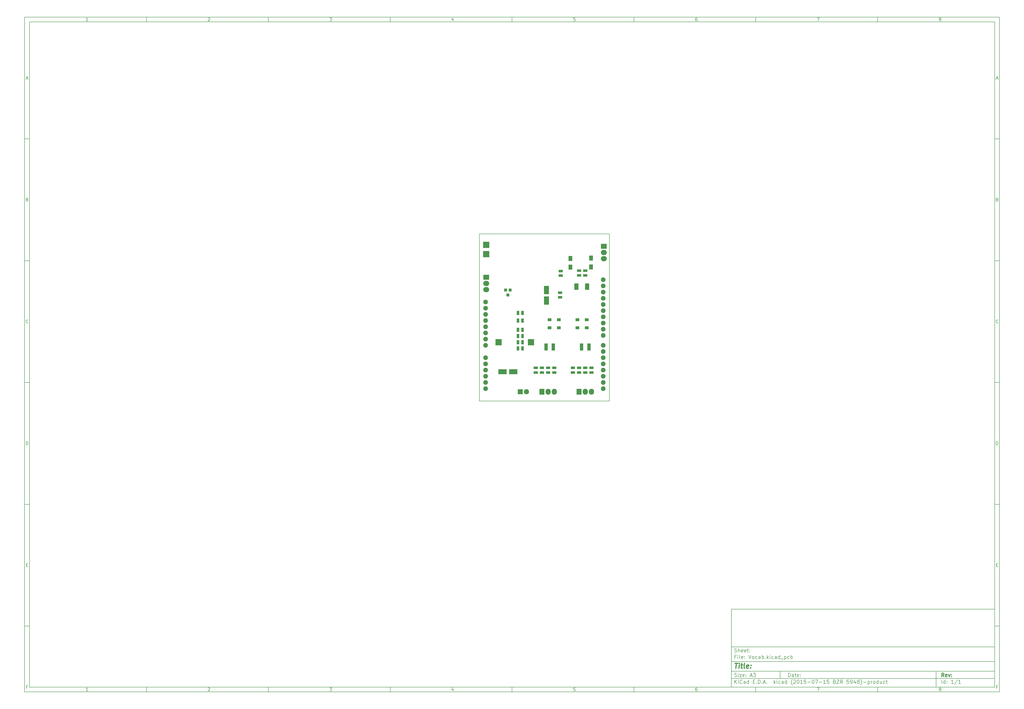
<source format=gbr>
G04 #@! TF.FileFunction,Soldermask,Top*
%FSLAX46Y46*%
G04 Gerber Fmt 4.6, Leading zero omitted, Abs format (unit mm)*
G04 Created by KiCad (PCBNEW (2015-07-15 BZR 5948)-product) date Tue 15 Sep 2015 04:10:27 BST*
%MOMM*%
G01*
G04 APERTURE LIST*
%ADD10C,0.150000*%
%ADD11C,0.300000*%
%ADD12C,0.400000*%
%ADD13R,1.400000X2.900000*%
%ADD14R,3.399740X2.000200*%
%ADD15R,2.000200X3.399740*%
%ADD16R,1.620000X1.310000*%
%ADD17R,2.635200X2.635200*%
%ADD18R,1.700000X1.100000*%
%ADD19R,1.100000X1.700000*%
%ADD20R,2.127200X2.432000*%
%ADD21O,2.127200X2.432000*%
%ADD22R,2.432000X2.127200*%
%ADD23O,2.432000X2.127200*%
%ADD24C,1.924000*%
%ADD25R,2.127200X2.127200*%
%ADD26O,2.127200X2.127200*%
%ADD27R,1.598880X2.000200*%
%ADD28R,1.800000X0.700000*%
%ADD29R,1.200100X1.200100*%
G04 APERTURE END LIST*
D10*
X299989000Y-253002200D02*
X299989000Y-285002200D01*
X407989000Y-285002200D01*
X407989000Y-253002200D01*
X299989000Y-253002200D01*
X10000000Y-10000000D02*
X10000000Y-287002200D01*
X409989000Y-287002200D01*
X409989000Y-10000000D01*
X10000000Y-10000000D01*
X12000000Y-12000000D02*
X12000000Y-285002200D01*
X407989000Y-285002200D01*
X407989000Y-12000000D01*
X12000000Y-12000000D01*
X60000000Y-12000000D02*
X60000000Y-10000000D01*
X110000000Y-12000000D02*
X110000000Y-10000000D01*
X160000000Y-12000000D02*
X160000000Y-10000000D01*
X210000000Y-12000000D02*
X210000000Y-10000000D01*
X260000000Y-12000000D02*
X260000000Y-10000000D01*
X310000000Y-12000000D02*
X310000000Y-10000000D01*
X360000000Y-12000000D02*
X360000000Y-10000000D01*
X35990476Y-11588095D02*
X35247619Y-11588095D01*
X35619048Y-11588095D02*
X35619048Y-10288095D01*
X35495238Y-10473810D01*
X35371429Y-10597619D01*
X35247619Y-10659524D01*
X85247619Y-10411905D02*
X85309524Y-10350000D01*
X85433333Y-10288095D01*
X85742857Y-10288095D01*
X85866667Y-10350000D01*
X85928571Y-10411905D01*
X85990476Y-10535714D01*
X85990476Y-10659524D01*
X85928571Y-10845238D01*
X85185714Y-11588095D01*
X85990476Y-11588095D01*
X135185714Y-10288095D02*
X135990476Y-10288095D01*
X135557143Y-10783333D01*
X135742857Y-10783333D01*
X135866667Y-10845238D01*
X135928571Y-10907143D01*
X135990476Y-11030952D01*
X135990476Y-11340476D01*
X135928571Y-11464286D01*
X135866667Y-11526190D01*
X135742857Y-11588095D01*
X135371429Y-11588095D01*
X135247619Y-11526190D01*
X135185714Y-11464286D01*
X185866667Y-10721429D02*
X185866667Y-11588095D01*
X185557143Y-10226190D02*
X185247619Y-11154762D01*
X186052381Y-11154762D01*
X235928571Y-10288095D02*
X235309524Y-10288095D01*
X235247619Y-10907143D01*
X235309524Y-10845238D01*
X235433333Y-10783333D01*
X235742857Y-10783333D01*
X235866667Y-10845238D01*
X235928571Y-10907143D01*
X235990476Y-11030952D01*
X235990476Y-11340476D01*
X235928571Y-11464286D01*
X235866667Y-11526190D01*
X235742857Y-11588095D01*
X235433333Y-11588095D01*
X235309524Y-11526190D01*
X235247619Y-11464286D01*
X285866667Y-10288095D02*
X285619048Y-10288095D01*
X285495238Y-10350000D01*
X285433333Y-10411905D01*
X285309524Y-10597619D01*
X285247619Y-10845238D01*
X285247619Y-11340476D01*
X285309524Y-11464286D01*
X285371429Y-11526190D01*
X285495238Y-11588095D01*
X285742857Y-11588095D01*
X285866667Y-11526190D01*
X285928571Y-11464286D01*
X285990476Y-11340476D01*
X285990476Y-11030952D01*
X285928571Y-10907143D01*
X285866667Y-10845238D01*
X285742857Y-10783333D01*
X285495238Y-10783333D01*
X285371429Y-10845238D01*
X285309524Y-10907143D01*
X285247619Y-11030952D01*
X335185714Y-10288095D02*
X336052381Y-10288095D01*
X335495238Y-11588095D01*
X385495238Y-10845238D02*
X385371429Y-10783333D01*
X385309524Y-10721429D01*
X385247619Y-10597619D01*
X385247619Y-10535714D01*
X385309524Y-10411905D01*
X385371429Y-10350000D01*
X385495238Y-10288095D01*
X385742857Y-10288095D01*
X385866667Y-10350000D01*
X385928571Y-10411905D01*
X385990476Y-10535714D01*
X385990476Y-10597619D01*
X385928571Y-10721429D01*
X385866667Y-10783333D01*
X385742857Y-10845238D01*
X385495238Y-10845238D01*
X385371429Y-10907143D01*
X385309524Y-10969048D01*
X385247619Y-11092857D01*
X385247619Y-11340476D01*
X385309524Y-11464286D01*
X385371429Y-11526190D01*
X385495238Y-11588095D01*
X385742857Y-11588095D01*
X385866667Y-11526190D01*
X385928571Y-11464286D01*
X385990476Y-11340476D01*
X385990476Y-11092857D01*
X385928571Y-10969048D01*
X385866667Y-10907143D01*
X385742857Y-10845238D01*
X60000000Y-285002200D02*
X60000000Y-287002200D01*
X110000000Y-285002200D02*
X110000000Y-287002200D01*
X160000000Y-285002200D02*
X160000000Y-287002200D01*
X210000000Y-285002200D02*
X210000000Y-287002200D01*
X260000000Y-285002200D02*
X260000000Y-287002200D01*
X310000000Y-285002200D02*
X310000000Y-287002200D01*
X360000000Y-285002200D02*
X360000000Y-287002200D01*
X35990476Y-286590295D02*
X35247619Y-286590295D01*
X35619048Y-286590295D02*
X35619048Y-285290295D01*
X35495238Y-285476010D01*
X35371429Y-285599819D01*
X35247619Y-285661724D01*
X85247619Y-285414105D02*
X85309524Y-285352200D01*
X85433333Y-285290295D01*
X85742857Y-285290295D01*
X85866667Y-285352200D01*
X85928571Y-285414105D01*
X85990476Y-285537914D01*
X85990476Y-285661724D01*
X85928571Y-285847438D01*
X85185714Y-286590295D01*
X85990476Y-286590295D01*
X135185714Y-285290295D02*
X135990476Y-285290295D01*
X135557143Y-285785533D01*
X135742857Y-285785533D01*
X135866667Y-285847438D01*
X135928571Y-285909343D01*
X135990476Y-286033152D01*
X135990476Y-286342676D01*
X135928571Y-286466486D01*
X135866667Y-286528390D01*
X135742857Y-286590295D01*
X135371429Y-286590295D01*
X135247619Y-286528390D01*
X135185714Y-286466486D01*
X185866667Y-285723629D02*
X185866667Y-286590295D01*
X185557143Y-285228390D02*
X185247619Y-286156962D01*
X186052381Y-286156962D01*
X235928571Y-285290295D02*
X235309524Y-285290295D01*
X235247619Y-285909343D01*
X235309524Y-285847438D01*
X235433333Y-285785533D01*
X235742857Y-285785533D01*
X235866667Y-285847438D01*
X235928571Y-285909343D01*
X235990476Y-286033152D01*
X235990476Y-286342676D01*
X235928571Y-286466486D01*
X235866667Y-286528390D01*
X235742857Y-286590295D01*
X235433333Y-286590295D01*
X235309524Y-286528390D01*
X235247619Y-286466486D01*
X285866667Y-285290295D02*
X285619048Y-285290295D01*
X285495238Y-285352200D01*
X285433333Y-285414105D01*
X285309524Y-285599819D01*
X285247619Y-285847438D01*
X285247619Y-286342676D01*
X285309524Y-286466486D01*
X285371429Y-286528390D01*
X285495238Y-286590295D01*
X285742857Y-286590295D01*
X285866667Y-286528390D01*
X285928571Y-286466486D01*
X285990476Y-286342676D01*
X285990476Y-286033152D01*
X285928571Y-285909343D01*
X285866667Y-285847438D01*
X285742857Y-285785533D01*
X285495238Y-285785533D01*
X285371429Y-285847438D01*
X285309524Y-285909343D01*
X285247619Y-286033152D01*
X335185714Y-285290295D02*
X336052381Y-285290295D01*
X335495238Y-286590295D01*
X385495238Y-285847438D02*
X385371429Y-285785533D01*
X385309524Y-285723629D01*
X385247619Y-285599819D01*
X385247619Y-285537914D01*
X385309524Y-285414105D01*
X385371429Y-285352200D01*
X385495238Y-285290295D01*
X385742857Y-285290295D01*
X385866667Y-285352200D01*
X385928571Y-285414105D01*
X385990476Y-285537914D01*
X385990476Y-285599819D01*
X385928571Y-285723629D01*
X385866667Y-285785533D01*
X385742857Y-285847438D01*
X385495238Y-285847438D01*
X385371429Y-285909343D01*
X385309524Y-285971248D01*
X385247619Y-286095057D01*
X385247619Y-286342676D01*
X385309524Y-286466486D01*
X385371429Y-286528390D01*
X385495238Y-286590295D01*
X385742857Y-286590295D01*
X385866667Y-286528390D01*
X385928571Y-286466486D01*
X385990476Y-286342676D01*
X385990476Y-286095057D01*
X385928571Y-285971248D01*
X385866667Y-285909343D01*
X385742857Y-285847438D01*
X10000000Y-60000000D02*
X12000000Y-60000000D01*
X10000000Y-110000000D02*
X12000000Y-110000000D01*
X10000000Y-160000000D02*
X12000000Y-160000000D01*
X10000000Y-210000000D02*
X12000000Y-210000000D01*
X10000000Y-260000000D02*
X12000000Y-260000000D01*
X10690476Y-35216667D02*
X11309524Y-35216667D01*
X10566667Y-35588095D02*
X11000000Y-34288095D01*
X11433333Y-35588095D01*
X11092857Y-84907143D02*
X11278571Y-84969048D01*
X11340476Y-85030952D01*
X11402381Y-85154762D01*
X11402381Y-85340476D01*
X11340476Y-85464286D01*
X11278571Y-85526190D01*
X11154762Y-85588095D01*
X10659524Y-85588095D01*
X10659524Y-84288095D01*
X11092857Y-84288095D01*
X11216667Y-84350000D01*
X11278571Y-84411905D01*
X11340476Y-84535714D01*
X11340476Y-84659524D01*
X11278571Y-84783333D01*
X11216667Y-84845238D01*
X11092857Y-84907143D01*
X10659524Y-84907143D01*
X11402381Y-135464286D02*
X11340476Y-135526190D01*
X11154762Y-135588095D01*
X11030952Y-135588095D01*
X10845238Y-135526190D01*
X10721429Y-135402381D01*
X10659524Y-135278571D01*
X10597619Y-135030952D01*
X10597619Y-134845238D01*
X10659524Y-134597619D01*
X10721429Y-134473810D01*
X10845238Y-134350000D01*
X11030952Y-134288095D01*
X11154762Y-134288095D01*
X11340476Y-134350000D01*
X11402381Y-134411905D01*
X10659524Y-185588095D02*
X10659524Y-184288095D01*
X10969048Y-184288095D01*
X11154762Y-184350000D01*
X11278571Y-184473810D01*
X11340476Y-184597619D01*
X11402381Y-184845238D01*
X11402381Y-185030952D01*
X11340476Y-185278571D01*
X11278571Y-185402381D01*
X11154762Y-185526190D01*
X10969048Y-185588095D01*
X10659524Y-185588095D01*
X10721429Y-234907143D02*
X11154762Y-234907143D01*
X11340476Y-235588095D02*
X10721429Y-235588095D01*
X10721429Y-234288095D01*
X11340476Y-234288095D01*
X11185714Y-284907143D02*
X10752381Y-284907143D01*
X10752381Y-285588095D02*
X10752381Y-284288095D01*
X11371428Y-284288095D01*
X409989000Y-60000000D02*
X407989000Y-60000000D01*
X409989000Y-110000000D02*
X407989000Y-110000000D01*
X409989000Y-160000000D02*
X407989000Y-160000000D01*
X409989000Y-210000000D02*
X407989000Y-210000000D01*
X409989000Y-260000000D02*
X407989000Y-260000000D01*
X408679476Y-35216667D02*
X409298524Y-35216667D01*
X408555667Y-35588095D02*
X408989000Y-34288095D01*
X409422333Y-35588095D01*
X409081857Y-84907143D02*
X409267571Y-84969048D01*
X409329476Y-85030952D01*
X409391381Y-85154762D01*
X409391381Y-85340476D01*
X409329476Y-85464286D01*
X409267571Y-85526190D01*
X409143762Y-85588095D01*
X408648524Y-85588095D01*
X408648524Y-84288095D01*
X409081857Y-84288095D01*
X409205667Y-84350000D01*
X409267571Y-84411905D01*
X409329476Y-84535714D01*
X409329476Y-84659524D01*
X409267571Y-84783333D01*
X409205667Y-84845238D01*
X409081857Y-84907143D01*
X408648524Y-84907143D01*
X409391381Y-135464286D02*
X409329476Y-135526190D01*
X409143762Y-135588095D01*
X409019952Y-135588095D01*
X408834238Y-135526190D01*
X408710429Y-135402381D01*
X408648524Y-135278571D01*
X408586619Y-135030952D01*
X408586619Y-134845238D01*
X408648524Y-134597619D01*
X408710429Y-134473810D01*
X408834238Y-134350000D01*
X409019952Y-134288095D01*
X409143762Y-134288095D01*
X409329476Y-134350000D01*
X409391381Y-134411905D01*
X408648524Y-185588095D02*
X408648524Y-184288095D01*
X408958048Y-184288095D01*
X409143762Y-184350000D01*
X409267571Y-184473810D01*
X409329476Y-184597619D01*
X409391381Y-184845238D01*
X409391381Y-185030952D01*
X409329476Y-185278571D01*
X409267571Y-185402381D01*
X409143762Y-185526190D01*
X408958048Y-185588095D01*
X408648524Y-185588095D01*
X408710429Y-234907143D02*
X409143762Y-234907143D01*
X409329476Y-235588095D02*
X408710429Y-235588095D01*
X408710429Y-234288095D01*
X409329476Y-234288095D01*
X409174714Y-284907143D02*
X408741381Y-284907143D01*
X408741381Y-285588095D02*
X408741381Y-284288095D01*
X409360428Y-284288095D01*
X323346143Y-280780771D02*
X323346143Y-279280771D01*
X323703286Y-279280771D01*
X323917571Y-279352200D01*
X324060429Y-279495057D01*
X324131857Y-279637914D01*
X324203286Y-279923629D01*
X324203286Y-280137914D01*
X324131857Y-280423629D01*
X324060429Y-280566486D01*
X323917571Y-280709343D01*
X323703286Y-280780771D01*
X323346143Y-280780771D01*
X325489000Y-280780771D02*
X325489000Y-279995057D01*
X325417571Y-279852200D01*
X325274714Y-279780771D01*
X324989000Y-279780771D01*
X324846143Y-279852200D01*
X325489000Y-280709343D02*
X325346143Y-280780771D01*
X324989000Y-280780771D01*
X324846143Y-280709343D01*
X324774714Y-280566486D01*
X324774714Y-280423629D01*
X324846143Y-280280771D01*
X324989000Y-280209343D01*
X325346143Y-280209343D01*
X325489000Y-280137914D01*
X325989000Y-279780771D02*
X326560429Y-279780771D01*
X326203286Y-279280771D02*
X326203286Y-280566486D01*
X326274714Y-280709343D01*
X326417572Y-280780771D01*
X326560429Y-280780771D01*
X327631857Y-280709343D02*
X327489000Y-280780771D01*
X327203286Y-280780771D01*
X327060429Y-280709343D01*
X326989000Y-280566486D01*
X326989000Y-279995057D01*
X327060429Y-279852200D01*
X327203286Y-279780771D01*
X327489000Y-279780771D01*
X327631857Y-279852200D01*
X327703286Y-279995057D01*
X327703286Y-280137914D01*
X326989000Y-280280771D01*
X328346143Y-280637914D02*
X328417571Y-280709343D01*
X328346143Y-280780771D01*
X328274714Y-280709343D01*
X328346143Y-280637914D01*
X328346143Y-280780771D01*
X328346143Y-279852200D02*
X328417571Y-279923629D01*
X328346143Y-279995057D01*
X328274714Y-279923629D01*
X328346143Y-279852200D01*
X328346143Y-279995057D01*
X299989000Y-281502200D02*
X407989000Y-281502200D01*
X301346143Y-283580771D02*
X301346143Y-282080771D01*
X302203286Y-283580771D02*
X301560429Y-282723629D01*
X302203286Y-282080771D02*
X301346143Y-282937914D01*
X302846143Y-283580771D02*
X302846143Y-282580771D01*
X302846143Y-282080771D02*
X302774714Y-282152200D01*
X302846143Y-282223629D01*
X302917571Y-282152200D01*
X302846143Y-282080771D01*
X302846143Y-282223629D01*
X304417572Y-283437914D02*
X304346143Y-283509343D01*
X304131857Y-283580771D01*
X303989000Y-283580771D01*
X303774715Y-283509343D01*
X303631857Y-283366486D01*
X303560429Y-283223629D01*
X303489000Y-282937914D01*
X303489000Y-282723629D01*
X303560429Y-282437914D01*
X303631857Y-282295057D01*
X303774715Y-282152200D01*
X303989000Y-282080771D01*
X304131857Y-282080771D01*
X304346143Y-282152200D01*
X304417572Y-282223629D01*
X305703286Y-283580771D02*
X305703286Y-282795057D01*
X305631857Y-282652200D01*
X305489000Y-282580771D01*
X305203286Y-282580771D01*
X305060429Y-282652200D01*
X305703286Y-283509343D02*
X305560429Y-283580771D01*
X305203286Y-283580771D01*
X305060429Y-283509343D01*
X304989000Y-283366486D01*
X304989000Y-283223629D01*
X305060429Y-283080771D01*
X305203286Y-283009343D01*
X305560429Y-283009343D01*
X305703286Y-282937914D01*
X307060429Y-283580771D02*
X307060429Y-282080771D01*
X307060429Y-283509343D02*
X306917572Y-283580771D01*
X306631858Y-283580771D01*
X306489000Y-283509343D01*
X306417572Y-283437914D01*
X306346143Y-283295057D01*
X306346143Y-282866486D01*
X306417572Y-282723629D01*
X306489000Y-282652200D01*
X306631858Y-282580771D01*
X306917572Y-282580771D01*
X307060429Y-282652200D01*
X308917572Y-282795057D02*
X309417572Y-282795057D01*
X309631858Y-283580771D02*
X308917572Y-283580771D01*
X308917572Y-282080771D01*
X309631858Y-282080771D01*
X310274715Y-283437914D02*
X310346143Y-283509343D01*
X310274715Y-283580771D01*
X310203286Y-283509343D01*
X310274715Y-283437914D01*
X310274715Y-283580771D01*
X310989001Y-283580771D02*
X310989001Y-282080771D01*
X311346144Y-282080771D01*
X311560429Y-282152200D01*
X311703287Y-282295057D01*
X311774715Y-282437914D01*
X311846144Y-282723629D01*
X311846144Y-282937914D01*
X311774715Y-283223629D01*
X311703287Y-283366486D01*
X311560429Y-283509343D01*
X311346144Y-283580771D01*
X310989001Y-283580771D01*
X312489001Y-283437914D02*
X312560429Y-283509343D01*
X312489001Y-283580771D01*
X312417572Y-283509343D01*
X312489001Y-283437914D01*
X312489001Y-283580771D01*
X313131858Y-283152200D02*
X313846144Y-283152200D01*
X312989001Y-283580771D02*
X313489001Y-282080771D01*
X313989001Y-283580771D01*
X314489001Y-283437914D02*
X314560429Y-283509343D01*
X314489001Y-283580771D01*
X314417572Y-283509343D01*
X314489001Y-283437914D01*
X314489001Y-283580771D01*
X317489001Y-283580771D02*
X317489001Y-282080771D01*
X317631858Y-283009343D02*
X318060429Y-283580771D01*
X318060429Y-282580771D02*
X317489001Y-283152200D01*
X318703287Y-283580771D02*
X318703287Y-282580771D01*
X318703287Y-282080771D02*
X318631858Y-282152200D01*
X318703287Y-282223629D01*
X318774715Y-282152200D01*
X318703287Y-282080771D01*
X318703287Y-282223629D01*
X320060430Y-283509343D02*
X319917573Y-283580771D01*
X319631859Y-283580771D01*
X319489001Y-283509343D01*
X319417573Y-283437914D01*
X319346144Y-283295057D01*
X319346144Y-282866486D01*
X319417573Y-282723629D01*
X319489001Y-282652200D01*
X319631859Y-282580771D01*
X319917573Y-282580771D01*
X320060430Y-282652200D01*
X321346144Y-283580771D02*
X321346144Y-282795057D01*
X321274715Y-282652200D01*
X321131858Y-282580771D01*
X320846144Y-282580771D01*
X320703287Y-282652200D01*
X321346144Y-283509343D02*
X321203287Y-283580771D01*
X320846144Y-283580771D01*
X320703287Y-283509343D01*
X320631858Y-283366486D01*
X320631858Y-283223629D01*
X320703287Y-283080771D01*
X320846144Y-283009343D01*
X321203287Y-283009343D01*
X321346144Y-282937914D01*
X322703287Y-283580771D02*
X322703287Y-282080771D01*
X322703287Y-283509343D02*
X322560430Y-283580771D01*
X322274716Y-283580771D01*
X322131858Y-283509343D01*
X322060430Y-283437914D01*
X321989001Y-283295057D01*
X321989001Y-282866486D01*
X322060430Y-282723629D01*
X322131858Y-282652200D01*
X322274716Y-282580771D01*
X322560430Y-282580771D01*
X322703287Y-282652200D01*
X324989001Y-284152200D02*
X324917573Y-284080771D01*
X324774716Y-283866486D01*
X324703287Y-283723629D01*
X324631858Y-283509343D01*
X324560430Y-283152200D01*
X324560430Y-282866486D01*
X324631858Y-282509343D01*
X324703287Y-282295057D01*
X324774716Y-282152200D01*
X324917573Y-281937914D01*
X324989001Y-281866486D01*
X325489001Y-282223629D02*
X325560430Y-282152200D01*
X325703287Y-282080771D01*
X326060430Y-282080771D01*
X326203287Y-282152200D01*
X326274716Y-282223629D01*
X326346144Y-282366486D01*
X326346144Y-282509343D01*
X326274716Y-282723629D01*
X325417573Y-283580771D01*
X326346144Y-283580771D01*
X327274715Y-282080771D02*
X327417572Y-282080771D01*
X327560429Y-282152200D01*
X327631858Y-282223629D01*
X327703287Y-282366486D01*
X327774715Y-282652200D01*
X327774715Y-283009343D01*
X327703287Y-283295057D01*
X327631858Y-283437914D01*
X327560429Y-283509343D01*
X327417572Y-283580771D01*
X327274715Y-283580771D01*
X327131858Y-283509343D01*
X327060429Y-283437914D01*
X326989001Y-283295057D01*
X326917572Y-283009343D01*
X326917572Y-282652200D01*
X326989001Y-282366486D01*
X327060429Y-282223629D01*
X327131858Y-282152200D01*
X327274715Y-282080771D01*
X329203286Y-283580771D02*
X328346143Y-283580771D01*
X328774715Y-283580771D02*
X328774715Y-282080771D01*
X328631858Y-282295057D01*
X328489000Y-282437914D01*
X328346143Y-282509343D01*
X330560429Y-282080771D02*
X329846143Y-282080771D01*
X329774714Y-282795057D01*
X329846143Y-282723629D01*
X329989000Y-282652200D01*
X330346143Y-282652200D01*
X330489000Y-282723629D01*
X330560429Y-282795057D01*
X330631857Y-282937914D01*
X330631857Y-283295057D01*
X330560429Y-283437914D01*
X330489000Y-283509343D01*
X330346143Y-283580771D01*
X329989000Y-283580771D01*
X329846143Y-283509343D01*
X329774714Y-283437914D01*
X331274714Y-283009343D02*
X332417571Y-283009343D01*
X333417571Y-282080771D02*
X333560428Y-282080771D01*
X333703285Y-282152200D01*
X333774714Y-282223629D01*
X333846143Y-282366486D01*
X333917571Y-282652200D01*
X333917571Y-283009343D01*
X333846143Y-283295057D01*
X333774714Y-283437914D01*
X333703285Y-283509343D01*
X333560428Y-283580771D01*
X333417571Y-283580771D01*
X333274714Y-283509343D01*
X333203285Y-283437914D01*
X333131857Y-283295057D01*
X333060428Y-283009343D01*
X333060428Y-282652200D01*
X333131857Y-282366486D01*
X333203285Y-282223629D01*
X333274714Y-282152200D01*
X333417571Y-282080771D01*
X334417571Y-282080771D02*
X335417571Y-282080771D01*
X334774714Y-283580771D01*
X335988999Y-283009343D02*
X337131856Y-283009343D01*
X338631856Y-283580771D02*
X337774713Y-283580771D01*
X338203285Y-283580771D02*
X338203285Y-282080771D01*
X338060428Y-282295057D01*
X337917570Y-282437914D01*
X337774713Y-282509343D01*
X339988999Y-282080771D02*
X339274713Y-282080771D01*
X339203284Y-282795057D01*
X339274713Y-282723629D01*
X339417570Y-282652200D01*
X339774713Y-282652200D01*
X339917570Y-282723629D01*
X339988999Y-282795057D01*
X340060427Y-282937914D01*
X340060427Y-283295057D01*
X339988999Y-283437914D01*
X339917570Y-283509343D01*
X339774713Y-283580771D01*
X339417570Y-283580771D01*
X339274713Y-283509343D01*
X339203284Y-283437914D01*
X342346141Y-282795057D02*
X342560427Y-282866486D01*
X342631855Y-282937914D01*
X342703284Y-283080771D01*
X342703284Y-283295057D01*
X342631855Y-283437914D01*
X342560427Y-283509343D01*
X342417569Y-283580771D01*
X341846141Y-283580771D01*
X341846141Y-282080771D01*
X342346141Y-282080771D01*
X342488998Y-282152200D01*
X342560427Y-282223629D01*
X342631855Y-282366486D01*
X342631855Y-282509343D01*
X342560427Y-282652200D01*
X342488998Y-282723629D01*
X342346141Y-282795057D01*
X341846141Y-282795057D01*
X343203284Y-282080771D02*
X344203284Y-282080771D01*
X343203284Y-283580771D01*
X344203284Y-283580771D01*
X345631855Y-283580771D02*
X345131855Y-282866486D01*
X344774712Y-283580771D02*
X344774712Y-282080771D01*
X345346140Y-282080771D01*
X345488998Y-282152200D01*
X345560426Y-282223629D01*
X345631855Y-282366486D01*
X345631855Y-282580771D01*
X345560426Y-282723629D01*
X345488998Y-282795057D01*
X345346140Y-282866486D01*
X344774712Y-282866486D01*
X348131855Y-282080771D02*
X347417569Y-282080771D01*
X347346140Y-282795057D01*
X347417569Y-282723629D01*
X347560426Y-282652200D01*
X347917569Y-282652200D01*
X348060426Y-282723629D01*
X348131855Y-282795057D01*
X348203283Y-282937914D01*
X348203283Y-283295057D01*
X348131855Y-283437914D01*
X348060426Y-283509343D01*
X347917569Y-283580771D01*
X347560426Y-283580771D01*
X347417569Y-283509343D01*
X347346140Y-283437914D01*
X348917568Y-283580771D02*
X349203283Y-283580771D01*
X349346140Y-283509343D01*
X349417568Y-283437914D01*
X349560426Y-283223629D01*
X349631854Y-282937914D01*
X349631854Y-282366486D01*
X349560426Y-282223629D01*
X349488997Y-282152200D01*
X349346140Y-282080771D01*
X349060426Y-282080771D01*
X348917568Y-282152200D01*
X348846140Y-282223629D01*
X348774711Y-282366486D01*
X348774711Y-282723629D01*
X348846140Y-282866486D01*
X348917568Y-282937914D01*
X349060426Y-283009343D01*
X349346140Y-283009343D01*
X349488997Y-282937914D01*
X349560426Y-282866486D01*
X349631854Y-282723629D01*
X350917568Y-282580771D02*
X350917568Y-283580771D01*
X350560425Y-282009343D02*
X350203282Y-283080771D01*
X351131854Y-283080771D01*
X351917568Y-282723629D02*
X351774710Y-282652200D01*
X351703282Y-282580771D01*
X351631853Y-282437914D01*
X351631853Y-282366486D01*
X351703282Y-282223629D01*
X351774710Y-282152200D01*
X351917568Y-282080771D01*
X352203282Y-282080771D01*
X352346139Y-282152200D01*
X352417568Y-282223629D01*
X352488996Y-282366486D01*
X352488996Y-282437914D01*
X352417568Y-282580771D01*
X352346139Y-282652200D01*
X352203282Y-282723629D01*
X351917568Y-282723629D01*
X351774710Y-282795057D01*
X351703282Y-282866486D01*
X351631853Y-283009343D01*
X351631853Y-283295057D01*
X351703282Y-283437914D01*
X351774710Y-283509343D01*
X351917568Y-283580771D01*
X352203282Y-283580771D01*
X352346139Y-283509343D01*
X352417568Y-283437914D01*
X352488996Y-283295057D01*
X352488996Y-283009343D01*
X352417568Y-282866486D01*
X352346139Y-282795057D01*
X352203282Y-282723629D01*
X352988996Y-284152200D02*
X353060424Y-284080771D01*
X353203281Y-283866486D01*
X353274710Y-283723629D01*
X353346139Y-283509343D01*
X353417567Y-283152200D01*
X353417567Y-282866486D01*
X353346139Y-282509343D01*
X353274710Y-282295057D01*
X353203281Y-282152200D01*
X353060424Y-281937914D01*
X352988996Y-281866486D01*
X354131853Y-283009343D02*
X355274710Y-283009343D01*
X355988996Y-282580771D02*
X355988996Y-284080771D01*
X355988996Y-282652200D02*
X356131853Y-282580771D01*
X356417567Y-282580771D01*
X356560424Y-282652200D01*
X356631853Y-282723629D01*
X356703282Y-282866486D01*
X356703282Y-283295057D01*
X356631853Y-283437914D01*
X356560424Y-283509343D01*
X356417567Y-283580771D01*
X356131853Y-283580771D01*
X355988996Y-283509343D01*
X357346139Y-283580771D02*
X357346139Y-282580771D01*
X357346139Y-282866486D02*
X357417567Y-282723629D01*
X357488996Y-282652200D01*
X357631853Y-282580771D01*
X357774710Y-282580771D01*
X358488996Y-283580771D02*
X358346138Y-283509343D01*
X358274710Y-283437914D01*
X358203281Y-283295057D01*
X358203281Y-282866486D01*
X358274710Y-282723629D01*
X358346138Y-282652200D01*
X358488996Y-282580771D01*
X358703281Y-282580771D01*
X358846138Y-282652200D01*
X358917567Y-282723629D01*
X358988996Y-282866486D01*
X358988996Y-283295057D01*
X358917567Y-283437914D01*
X358846138Y-283509343D01*
X358703281Y-283580771D01*
X358488996Y-283580771D01*
X360274710Y-283580771D02*
X360274710Y-282080771D01*
X360274710Y-283509343D02*
X360131853Y-283580771D01*
X359846139Y-283580771D01*
X359703281Y-283509343D01*
X359631853Y-283437914D01*
X359560424Y-283295057D01*
X359560424Y-282866486D01*
X359631853Y-282723629D01*
X359703281Y-282652200D01*
X359846139Y-282580771D01*
X360131853Y-282580771D01*
X360274710Y-282652200D01*
X361631853Y-282580771D02*
X361631853Y-283580771D01*
X360988996Y-282580771D02*
X360988996Y-283366486D01*
X361060424Y-283509343D01*
X361203282Y-283580771D01*
X361417567Y-283580771D01*
X361560424Y-283509343D01*
X361631853Y-283437914D01*
X362988996Y-283509343D02*
X362846139Y-283580771D01*
X362560425Y-283580771D01*
X362417567Y-283509343D01*
X362346139Y-283437914D01*
X362274710Y-283295057D01*
X362274710Y-282866486D01*
X362346139Y-282723629D01*
X362417567Y-282652200D01*
X362560425Y-282580771D01*
X362846139Y-282580771D01*
X362988996Y-282652200D01*
X363417567Y-282580771D02*
X363988996Y-282580771D01*
X363631853Y-282080771D02*
X363631853Y-283366486D01*
X363703281Y-283509343D01*
X363846139Y-283580771D01*
X363988996Y-283580771D01*
X299989000Y-278502200D02*
X407989000Y-278502200D01*
D11*
X387203286Y-280780771D02*
X386703286Y-280066486D01*
X386346143Y-280780771D02*
X386346143Y-279280771D01*
X386917571Y-279280771D01*
X387060429Y-279352200D01*
X387131857Y-279423629D01*
X387203286Y-279566486D01*
X387203286Y-279780771D01*
X387131857Y-279923629D01*
X387060429Y-279995057D01*
X386917571Y-280066486D01*
X386346143Y-280066486D01*
X388417571Y-280709343D02*
X388274714Y-280780771D01*
X387989000Y-280780771D01*
X387846143Y-280709343D01*
X387774714Y-280566486D01*
X387774714Y-279995057D01*
X387846143Y-279852200D01*
X387989000Y-279780771D01*
X388274714Y-279780771D01*
X388417571Y-279852200D01*
X388489000Y-279995057D01*
X388489000Y-280137914D01*
X387774714Y-280280771D01*
X388989000Y-279780771D02*
X389346143Y-280780771D01*
X389703285Y-279780771D01*
X390274714Y-280637914D02*
X390346142Y-280709343D01*
X390274714Y-280780771D01*
X390203285Y-280709343D01*
X390274714Y-280637914D01*
X390274714Y-280780771D01*
X390274714Y-279852200D02*
X390346142Y-279923629D01*
X390274714Y-279995057D01*
X390203285Y-279923629D01*
X390274714Y-279852200D01*
X390274714Y-279995057D01*
D10*
X301274714Y-280709343D02*
X301489000Y-280780771D01*
X301846143Y-280780771D01*
X301989000Y-280709343D01*
X302060429Y-280637914D01*
X302131857Y-280495057D01*
X302131857Y-280352200D01*
X302060429Y-280209343D01*
X301989000Y-280137914D01*
X301846143Y-280066486D01*
X301560429Y-279995057D01*
X301417571Y-279923629D01*
X301346143Y-279852200D01*
X301274714Y-279709343D01*
X301274714Y-279566486D01*
X301346143Y-279423629D01*
X301417571Y-279352200D01*
X301560429Y-279280771D01*
X301917571Y-279280771D01*
X302131857Y-279352200D01*
X302774714Y-280780771D02*
X302774714Y-279780771D01*
X302774714Y-279280771D02*
X302703285Y-279352200D01*
X302774714Y-279423629D01*
X302846142Y-279352200D01*
X302774714Y-279280771D01*
X302774714Y-279423629D01*
X303346143Y-279780771D02*
X304131857Y-279780771D01*
X303346143Y-280780771D01*
X304131857Y-280780771D01*
X305274714Y-280709343D02*
X305131857Y-280780771D01*
X304846143Y-280780771D01*
X304703286Y-280709343D01*
X304631857Y-280566486D01*
X304631857Y-279995057D01*
X304703286Y-279852200D01*
X304846143Y-279780771D01*
X305131857Y-279780771D01*
X305274714Y-279852200D01*
X305346143Y-279995057D01*
X305346143Y-280137914D01*
X304631857Y-280280771D01*
X305989000Y-280637914D02*
X306060428Y-280709343D01*
X305989000Y-280780771D01*
X305917571Y-280709343D01*
X305989000Y-280637914D01*
X305989000Y-280780771D01*
X305989000Y-279852200D02*
X306060428Y-279923629D01*
X305989000Y-279995057D01*
X305917571Y-279923629D01*
X305989000Y-279852200D01*
X305989000Y-279995057D01*
X307774714Y-280352200D02*
X308489000Y-280352200D01*
X307631857Y-280780771D02*
X308131857Y-279280771D01*
X308631857Y-280780771D01*
X308989000Y-279280771D02*
X309917571Y-279280771D01*
X309417571Y-279852200D01*
X309631857Y-279852200D01*
X309774714Y-279923629D01*
X309846143Y-279995057D01*
X309917571Y-280137914D01*
X309917571Y-280495057D01*
X309846143Y-280637914D01*
X309774714Y-280709343D01*
X309631857Y-280780771D01*
X309203285Y-280780771D01*
X309060428Y-280709343D01*
X308989000Y-280637914D01*
X386346143Y-283580771D02*
X386346143Y-282080771D01*
X387703286Y-283580771D02*
X387703286Y-282080771D01*
X387703286Y-283509343D02*
X387560429Y-283580771D01*
X387274715Y-283580771D01*
X387131857Y-283509343D01*
X387060429Y-283437914D01*
X386989000Y-283295057D01*
X386989000Y-282866486D01*
X387060429Y-282723629D01*
X387131857Y-282652200D01*
X387274715Y-282580771D01*
X387560429Y-282580771D01*
X387703286Y-282652200D01*
X388417572Y-283437914D02*
X388489000Y-283509343D01*
X388417572Y-283580771D01*
X388346143Y-283509343D01*
X388417572Y-283437914D01*
X388417572Y-283580771D01*
X388417572Y-282652200D02*
X388489000Y-282723629D01*
X388417572Y-282795057D01*
X388346143Y-282723629D01*
X388417572Y-282652200D01*
X388417572Y-282795057D01*
X391060429Y-283580771D02*
X390203286Y-283580771D01*
X390631858Y-283580771D02*
X390631858Y-282080771D01*
X390489001Y-282295057D01*
X390346143Y-282437914D01*
X390203286Y-282509343D01*
X392774714Y-282009343D02*
X391489000Y-283937914D01*
X394060429Y-283580771D02*
X393203286Y-283580771D01*
X393631858Y-283580771D02*
X393631858Y-282080771D01*
X393489001Y-282295057D01*
X393346143Y-282437914D01*
X393203286Y-282509343D01*
X299989000Y-274502200D02*
X407989000Y-274502200D01*
D12*
X301441381Y-275206962D02*
X302584238Y-275206962D01*
X301762810Y-277206962D02*
X302012810Y-275206962D01*
X303000905Y-277206962D02*
X303167571Y-275873629D01*
X303250905Y-275206962D02*
X303143762Y-275302200D01*
X303227095Y-275397438D01*
X303334239Y-275302200D01*
X303250905Y-275206962D01*
X303227095Y-275397438D01*
X303834238Y-275873629D02*
X304596143Y-275873629D01*
X304203286Y-275206962D02*
X303989000Y-276921248D01*
X304060430Y-277111724D01*
X304239001Y-277206962D01*
X304429477Y-277206962D01*
X305381858Y-277206962D02*
X305203287Y-277111724D01*
X305131857Y-276921248D01*
X305346143Y-275206962D01*
X306917572Y-277111724D02*
X306715191Y-277206962D01*
X306334239Y-277206962D01*
X306155667Y-277111724D01*
X306084238Y-276921248D01*
X306179476Y-276159343D01*
X306298524Y-275968867D01*
X306500905Y-275873629D01*
X306881857Y-275873629D01*
X307060429Y-275968867D01*
X307131857Y-276159343D01*
X307108048Y-276349819D01*
X306131857Y-276540295D01*
X307881857Y-277016486D02*
X307965192Y-277111724D01*
X307858048Y-277206962D01*
X307774715Y-277111724D01*
X307881857Y-277016486D01*
X307858048Y-277206962D01*
X308012810Y-275968867D02*
X308096144Y-276064105D01*
X307989000Y-276159343D01*
X307905667Y-276064105D01*
X308012810Y-275968867D01*
X307989000Y-276159343D01*
D10*
X301846143Y-272595057D02*
X301346143Y-272595057D01*
X301346143Y-273380771D02*
X301346143Y-271880771D01*
X302060429Y-271880771D01*
X302631857Y-273380771D02*
X302631857Y-272380771D01*
X302631857Y-271880771D02*
X302560428Y-271952200D01*
X302631857Y-272023629D01*
X302703285Y-271952200D01*
X302631857Y-271880771D01*
X302631857Y-272023629D01*
X303560429Y-273380771D02*
X303417571Y-273309343D01*
X303346143Y-273166486D01*
X303346143Y-271880771D01*
X304703285Y-273309343D02*
X304560428Y-273380771D01*
X304274714Y-273380771D01*
X304131857Y-273309343D01*
X304060428Y-273166486D01*
X304060428Y-272595057D01*
X304131857Y-272452200D01*
X304274714Y-272380771D01*
X304560428Y-272380771D01*
X304703285Y-272452200D01*
X304774714Y-272595057D01*
X304774714Y-272737914D01*
X304060428Y-272880771D01*
X305417571Y-273237914D02*
X305488999Y-273309343D01*
X305417571Y-273380771D01*
X305346142Y-273309343D01*
X305417571Y-273237914D01*
X305417571Y-273380771D01*
X305417571Y-272452200D02*
X305488999Y-272523629D01*
X305417571Y-272595057D01*
X305346142Y-272523629D01*
X305417571Y-272452200D01*
X305417571Y-272595057D01*
X307060428Y-271880771D02*
X307560428Y-273380771D01*
X308060428Y-271880771D01*
X308774714Y-273380771D02*
X308631856Y-273309343D01*
X308560428Y-273237914D01*
X308488999Y-273095057D01*
X308488999Y-272666486D01*
X308560428Y-272523629D01*
X308631856Y-272452200D01*
X308774714Y-272380771D01*
X308988999Y-272380771D01*
X309131856Y-272452200D01*
X309203285Y-272523629D01*
X309274714Y-272666486D01*
X309274714Y-273095057D01*
X309203285Y-273237914D01*
X309131856Y-273309343D01*
X308988999Y-273380771D01*
X308774714Y-273380771D01*
X310560428Y-273309343D02*
X310417571Y-273380771D01*
X310131857Y-273380771D01*
X309988999Y-273309343D01*
X309917571Y-273237914D01*
X309846142Y-273095057D01*
X309846142Y-272666486D01*
X309917571Y-272523629D01*
X309988999Y-272452200D01*
X310131857Y-272380771D01*
X310417571Y-272380771D01*
X310560428Y-272452200D01*
X311846142Y-273380771D02*
X311846142Y-272595057D01*
X311774713Y-272452200D01*
X311631856Y-272380771D01*
X311346142Y-272380771D01*
X311203285Y-272452200D01*
X311846142Y-273309343D02*
X311703285Y-273380771D01*
X311346142Y-273380771D01*
X311203285Y-273309343D01*
X311131856Y-273166486D01*
X311131856Y-273023629D01*
X311203285Y-272880771D01*
X311346142Y-272809343D01*
X311703285Y-272809343D01*
X311846142Y-272737914D01*
X312560428Y-273380771D02*
X312560428Y-271880771D01*
X312560428Y-272452200D02*
X312703285Y-272380771D01*
X312988999Y-272380771D01*
X313131856Y-272452200D01*
X313203285Y-272523629D01*
X313274714Y-272666486D01*
X313274714Y-273095057D01*
X313203285Y-273237914D01*
X313131856Y-273309343D01*
X312988999Y-273380771D01*
X312703285Y-273380771D01*
X312560428Y-273309343D01*
X313917571Y-273237914D02*
X313988999Y-273309343D01*
X313917571Y-273380771D01*
X313846142Y-273309343D01*
X313917571Y-273237914D01*
X313917571Y-273380771D01*
X314631857Y-273380771D02*
X314631857Y-271880771D01*
X314774714Y-272809343D02*
X315203285Y-273380771D01*
X315203285Y-272380771D02*
X314631857Y-272952200D01*
X315846143Y-273380771D02*
X315846143Y-272380771D01*
X315846143Y-271880771D02*
X315774714Y-271952200D01*
X315846143Y-272023629D01*
X315917571Y-271952200D01*
X315846143Y-271880771D01*
X315846143Y-272023629D01*
X317203286Y-273309343D02*
X317060429Y-273380771D01*
X316774715Y-273380771D01*
X316631857Y-273309343D01*
X316560429Y-273237914D01*
X316489000Y-273095057D01*
X316489000Y-272666486D01*
X316560429Y-272523629D01*
X316631857Y-272452200D01*
X316774715Y-272380771D01*
X317060429Y-272380771D01*
X317203286Y-272452200D01*
X318489000Y-273380771D02*
X318489000Y-272595057D01*
X318417571Y-272452200D01*
X318274714Y-272380771D01*
X317989000Y-272380771D01*
X317846143Y-272452200D01*
X318489000Y-273309343D02*
X318346143Y-273380771D01*
X317989000Y-273380771D01*
X317846143Y-273309343D01*
X317774714Y-273166486D01*
X317774714Y-273023629D01*
X317846143Y-272880771D01*
X317989000Y-272809343D01*
X318346143Y-272809343D01*
X318489000Y-272737914D01*
X319846143Y-273380771D02*
X319846143Y-271880771D01*
X319846143Y-273309343D02*
X319703286Y-273380771D01*
X319417572Y-273380771D01*
X319274714Y-273309343D01*
X319203286Y-273237914D01*
X319131857Y-273095057D01*
X319131857Y-272666486D01*
X319203286Y-272523629D01*
X319274714Y-272452200D01*
X319417572Y-272380771D01*
X319703286Y-272380771D01*
X319846143Y-272452200D01*
X320203286Y-273523629D02*
X321346143Y-273523629D01*
X321703286Y-272380771D02*
X321703286Y-273880771D01*
X321703286Y-272452200D02*
X321846143Y-272380771D01*
X322131857Y-272380771D01*
X322274714Y-272452200D01*
X322346143Y-272523629D01*
X322417572Y-272666486D01*
X322417572Y-273095057D01*
X322346143Y-273237914D01*
X322274714Y-273309343D01*
X322131857Y-273380771D01*
X321846143Y-273380771D01*
X321703286Y-273309343D01*
X323703286Y-273309343D02*
X323560429Y-273380771D01*
X323274715Y-273380771D01*
X323131857Y-273309343D01*
X323060429Y-273237914D01*
X322989000Y-273095057D01*
X322989000Y-272666486D01*
X323060429Y-272523629D01*
X323131857Y-272452200D01*
X323274715Y-272380771D01*
X323560429Y-272380771D01*
X323703286Y-272452200D01*
X324346143Y-273380771D02*
X324346143Y-271880771D01*
X324346143Y-272452200D02*
X324489000Y-272380771D01*
X324774714Y-272380771D01*
X324917571Y-272452200D01*
X324989000Y-272523629D01*
X325060429Y-272666486D01*
X325060429Y-273095057D01*
X324989000Y-273237914D01*
X324917571Y-273309343D01*
X324774714Y-273380771D01*
X324489000Y-273380771D01*
X324346143Y-273309343D01*
X299989000Y-268502200D02*
X407989000Y-268502200D01*
X301274714Y-270609343D02*
X301489000Y-270680771D01*
X301846143Y-270680771D01*
X301989000Y-270609343D01*
X302060429Y-270537914D01*
X302131857Y-270395057D01*
X302131857Y-270252200D01*
X302060429Y-270109343D01*
X301989000Y-270037914D01*
X301846143Y-269966486D01*
X301560429Y-269895057D01*
X301417571Y-269823629D01*
X301346143Y-269752200D01*
X301274714Y-269609343D01*
X301274714Y-269466486D01*
X301346143Y-269323629D01*
X301417571Y-269252200D01*
X301560429Y-269180771D01*
X301917571Y-269180771D01*
X302131857Y-269252200D01*
X302774714Y-270680771D02*
X302774714Y-269180771D01*
X303417571Y-270680771D02*
X303417571Y-269895057D01*
X303346142Y-269752200D01*
X303203285Y-269680771D01*
X302989000Y-269680771D01*
X302846142Y-269752200D01*
X302774714Y-269823629D01*
X304703285Y-270609343D02*
X304560428Y-270680771D01*
X304274714Y-270680771D01*
X304131857Y-270609343D01*
X304060428Y-270466486D01*
X304060428Y-269895057D01*
X304131857Y-269752200D01*
X304274714Y-269680771D01*
X304560428Y-269680771D01*
X304703285Y-269752200D01*
X304774714Y-269895057D01*
X304774714Y-270037914D01*
X304060428Y-270180771D01*
X305988999Y-270609343D02*
X305846142Y-270680771D01*
X305560428Y-270680771D01*
X305417571Y-270609343D01*
X305346142Y-270466486D01*
X305346142Y-269895057D01*
X305417571Y-269752200D01*
X305560428Y-269680771D01*
X305846142Y-269680771D01*
X305988999Y-269752200D01*
X306060428Y-269895057D01*
X306060428Y-270037914D01*
X305346142Y-270180771D01*
X306488999Y-269680771D02*
X307060428Y-269680771D01*
X306703285Y-269180771D02*
X306703285Y-270466486D01*
X306774713Y-270609343D01*
X306917571Y-270680771D01*
X307060428Y-270680771D01*
X307560428Y-270537914D02*
X307631856Y-270609343D01*
X307560428Y-270680771D01*
X307488999Y-270609343D01*
X307560428Y-270537914D01*
X307560428Y-270680771D01*
X307560428Y-269752200D02*
X307631856Y-269823629D01*
X307560428Y-269895057D01*
X307488999Y-269823629D01*
X307560428Y-269752200D01*
X307560428Y-269895057D01*
X319989000Y-278502200D02*
X319989000Y-281502200D01*
X383989000Y-278502200D02*
X383989000Y-285002200D01*
X196596000Y-167640000D02*
X196596000Y-99060000D01*
X249936000Y-167640000D02*
X196596000Y-167640000D01*
X249936000Y-99060000D02*
X249936000Y-167640000D01*
X196596000Y-99060000D02*
X249936000Y-99060000D01*
D13*
X238530000Y-145415000D03*
X241530000Y-145415000D03*
X223925000Y-145415000D03*
X226925000Y-145415000D03*
D14*
X210479640Y-155575000D03*
X206080360Y-155575000D03*
D15*
X224155000Y-122006360D03*
X224155000Y-126405640D03*
D16*
X240665000Y-137525000D03*
X240665000Y-134255000D03*
X236855000Y-134255000D03*
X236855000Y-137525000D03*
X229235000Y-137525000D03*
X229235000Y-134255000D03*
X225425000Y-134255000D03*
X225425000Y-137525000D03*
D17*
X204470000Y-143510000D03*
D18*
X222250000Y-153990000D03*
X222250000Y-155890000D03*
X224790000Y-153990000D03*
X224790000Y-155890000D03*
X237490000Y-153990000D03*
X237490000Y-155890000D03*
X240030000Y-153990000D03*
X240030000Y-155890000D03*
D19*
X212410000Y-143510000D03*
X214310000Y-143510000D03*
X214310000Y-140970000D03*
X212410000Y-140970000D03*
D18*
X242570000Y-153990000D03*
X242570000Y-155890000D03*
D19*
X214310000Y-138430000D03*
X212410000Y-138430000D03*
D18*
X234950000Y-153990000D03*
X234950000Y-155890000D03*
X227330000Y-153990000D03*
X227330000Y-155890000D03*
X219710000Y-153990000D03*
X219710000Y-155890000D03*
D19*
X212410000Y-131445000D03*
X214310000Y-131445000D03*
X214310000Y-134620000D03*
X212410000Y-134620000D03*
X214310000Y-146050000D03*
X212410000Y-146050000D03*
D20*
X222250000Y-163830000D03*
D21*
X224790000Y-163830000D03*
X227330000Y-163830000D03*
D20*
X237490000Y-163830000D03*
D21*
X240030000Y-163830000D03*
X242570000Y-163830000D03*
D22*
X199390000Y-116840000D03*
D23*
X199390000Y-119380000D03*
X199390000Y-121920000D03*
D22*
X247650000Y-104140000D03*
D23*
X247650000Y-106680000D03*
X247650000Y-109220000D03*
D24*
X247396000Y-117856000D03*
X247396000Y-120396000D03*
X199136000Y-127000000D03*
X199136000Y-132080000D03*
X199136000Y-129540000D03*
X199136000Y-134620000D03*
X199136000Y-137160000D03*
X199136000Y-139700000D03*
X199136000Y-142240000D03*
X199136000Y-144780000D03*
X199136000Y-149860000D03*
X199136000Y-152400000D03*
X199136000Y-154940000D03*
X199136000Y-157480000D03*
X199136000Y-160020000D03*
X199136000Y-162560000D03*
X247396000Y-162560000D03*
X247396000Y-160020000D03*
X247396000Y-157480000D03*
X247396000Y-154940000D03*
X247396000Y-152400000D03*
X247396000Y-149860000D03*
X247396000Y-147320000D03*
X247396000Y-144780000D03*
X247396000Y-140716000D03*
X247396000Y-138176000D03*
X247396000Y-135636000D03*
X247396000Y-133096000D03*
X247396000Y-130556000D03*
X247396000Y-128016000D03*
X247396000Y-125476000D03*
X247396000Y-122936000D03*
D17*
X199390000Y-103505000D03*
X199390000Y-107315000D03*
X217805000Y-143510000D03*
D25*
X213360000Y-163830000D03*
D26*
X215900000Y-163830000D03*
D27*
X242443000Y-108943140D03*
X242443000Y-112544860D03*
X233934000Y-109070140D03*
X233934000Y-112671860D03*
D18*
X240030000Y-114112000D03*
X240030000Y-116012000D03*
X229997000Y-116139000D03*
X229997000Y-114239000D03*
X237490000Y-114112000D03*
X237490000Y-116012000D03*
X229743000Y-125029000D03*
X229743000Y-123129000D03*
D28*
X236433000Y-119650000D03*
X236433000Y-120150000D03*
X236433000Y-120650000D03*
X236433000Y-121150000D03*
X236433000Y-121650000D03*
X240833000Y-121650000D03*
X240833000Y-121150000D03*
X240833000Y-120650000D03*
X240833000Y-120150000D03*
X240833000Y-119650000D03*
D29*
X209230000Y-122062240D03*
X207330000Y-122062240D03*
X208280000Y-124061220D03*
M02*

</source>
